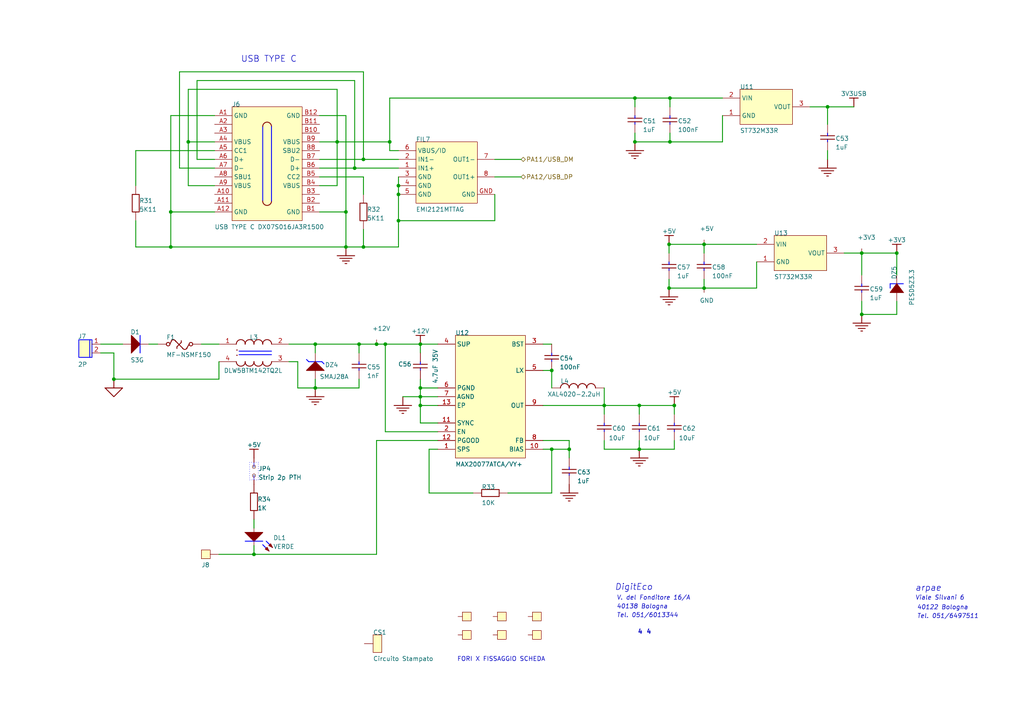
<source format=kicad_sch>
(kicad_sch (version 20230121) (generator eeschema)
  (paper "A4")
  (title_block (title "Stima V4-Master") (rev "1.0"))
  (lib_symbols
    (symbol "Stima V4 Master-altium-import:+12V" (power)
      (property "Reference" "#PWR" (at 0 0 0))
      (property "Value" "+12V" (at 0 3.81 0))
      (symbol "+12V_0_0"
        (polyline (pts (xy -1.27 -2.54) (xy 1.27 -2.54)) (stroke (width 0.254)))
        (polyline (pts (xy 0 0) (xy 0 -2.54)) (stroke (width 0.254)))
        (pin power_in line (at 0 0 0) (length 0) hide (name "+12V") (number ""))
      )
    )
    (symbol "Stima V4 Master-altium-import:+3V3" (power)
      (property "Reference" "#PWR" (at 0 0 0))
      (property "Value" "+3V3" (at 0 3.81 0))
      (symbol "+3V3_0_0"
        (polyline (pts (xy -1.27 -2.54) (xy 1.27 -2.54)) (stroke (width 0.254)))
        (polyline (pts (xy 0 0) (xy 0 -2.54)) (stroke (width 0.254)))
        (pin power_in line (at 0 0 0) (length 0) hide (name "+3V3") (number ""))
      )
    )
    (symbol "Stima V4 Master-altium-import:+5V" (power)
      (property "Reference" "#PWR" (at 0 0 0))
      (property "Value" "+5V" (at 0 3.81 0))
      (symbol "+5V_0_0"
        (polyline (pts (xy -1.27 -2.54) (xy 1.27 -2.54)) (stroke (width 0.254)))
        (polyline (pts (xy 0 0) (xy 0 -2.54)) (stroke (width 0.254)))
        (pin power_in line (at 0 0 0) (length 0) hide (name "+5V") (number ""))
      )
    )
    (symbol "Stima V4 Master-altium-import:3V3USB" (power)
      (property "Reference" "#PWR" (at 0 0 0))
      (property "Value" "3V3USB" (at 0 3.81 0))
      (symbol "3V3USB_0_0"
        (polyline (pts (xy -1.27 -2.54) (xy 1.27 -2.54)) (stroke (width 0.254)))
        (polyline (pts (xy 0 0) (xy 0 -2.54)) (stroke (width 0.254)))
        (pin power_in line (at 0 0 0) (length 0) hide (name "3V3USB") (number ""))
      )
    )
    (symbol "Stima V4 Master-altium-import:EGND" (power)
      (property "Reference" "#PWR" (at 0 0 0))
      (property "Value" "EGND" (at 0 6.35 0))
      (symbol "EGND_0_0"
        (polyline (pts (xy 0 0) (xy 0 -2.54)) (stroke (width 0.254)))
        (polyline (pts (xy -2.54 -2.54) (xy 2.54 -2.54) (xy 0 -5.08) (xy -2.54 -2.54)) (stroke (width 0.254)))
        (pin power_in line (at 0 0 0) (length 0) hide (name "EGND") (number ""))
      )
    )
    (symbol "Stima V4 Master-altium-import:GND" (power)
      (property "Reference" "#PWR" (at 0 0 0))
      (property "Value" "GND" (at 0 6.35 0))
      (symbol "GND_0_0"
        (polyline (pts (xy -2.54 -2.54) (xy 2.54 -2.54)) (stroke (width 0.254)))
        (polyline (pts (xy -1.778 -3.302) (xy 1.778 -3.302)) (stroke (width 0.254)))
        (polyline (pts (xy -1.016 -4.064) (xy 1.016 -4.064)) (stroke (width 0.254)))
        (polyline (pts (xy -0.254 -4.826) (xy 0.254 -4.826)) (stroke (width 0.254)))
        (polyline (pts (xy 0 0) (xy 0 -2.54)) (stroke (width 0.254)))
        (pin power_in line (at 0 0 0) (length 0) hide (name "GND") (number ""))
      )
    )
    (symbol "Stima V4 Master-altium-import:root_0_C0603"
      (symbol "root_0_C0603_1_0"
        (polyline (pts (xy -2.032 -0.762) (xy 2.032 -0.762)) (stroke (width 0.254)))
        (polyline (pts (xy 0 -2.54) (xy 0 -1.778)) (stroke (width 0.254) (color 0 0 255 1)))
        (polyline (pts (xy 0 0) (xy 0 -0.762)) (stroke (width 0.254) (color 0 0 255 1)))
        (polyline (pts (xy 2.032 -1.778) (xy -2.032 -1.778)) (stroke (width 0.254)))
        (pin passive line (at 0 2.54 270) (length 2.54) (name "1") (number "1"))
        (pin passive line (at 0 -5.08 90) (length 2.54) (name "2") (number "2"))
      )
    )
    (symbol "Stima V4 Master-altium-import:root_0_C0805"
      (symbol "root_0_C0805_1_0"
        (polyline (pts (xy -2.032 -0.762) (xy 2.032 -0.762)) (stroke (width 0.254)))
        (polyline (pts (xy 0 -2.54) (xy 0 -1.778)) (stroke (width 0.254) (color 0 0 255 1)))
        (polyline (pts (xy 0 0) (xy 0 -0.762)) (stroke (width 0.254) (color 0 0 255 1)))
        (polyline (pts (xy 2.032 -1.778) (xy -2.032 -1.778)) (stroke (width 0.254)))
        (pin passive line (at 0 2.54 270) (length 2.54) (name "1") (number "1"))
        (pin passive line (at 0 -5.08 90) (length 2.54) (name "2") (number "2"))
      )
    )
    (symbol "Stima V4 Master-altium-import:root_0_C1206"
      (symbol "root_0_C1206_1_0"
        (polyline (pts (xy -2.032 -0.762) (xy 2.032 -0.762)) (stroke (width 0.254)))
        (polyline (pts (xy 0 -2.54) (xy 0 -1.778)) (stroke (width 0.254) (color 0 0 255 1)))
        (polyline (pts (xy 0 0) (xy 0 -0.762)) (stroke (width 0.254) (color 0 0 255 1)))
        (polyline (pts (xy 2.032 -1.778) (xy -2.032 -1.778)) (stroke (width 0.254)))
        (pin passive line (at 0 2.54 270) (length 2.54) (name "1") (number "1"))
        (pin passive line (at 0 -5.08 90) (length 2.54) (name "2") (number "2"))
      )
    )
    (symbol "Stima V4 Master-altium-import:root_0_Coil  B82442  2220"
      (symbol "root_0_Coil  B82442  2220_1_0"
        (arc (start 1.27 -1.27) (mid 0.372 -1.642) (end 0 -2.54) (stroke (width 0.254)))
        (arc (start 2.54 -2.54) (mid 2.168 -1.642) (end 1.27 -1.27) (stroke (width 0.254)))
        (arc (start 3.81 -1.27) (mid 2.912 -1.642) (end 2.54 -2.54) (stroke (width 0.254)))
        (arc (start 5.08 -2.54) (mid 4.708 -1.642) (end 3.81 -1.27) (stroke (width 0.254)))
        (arc (start 6.35 -1.27) (mid 5.452 -1.642) (end 5.08 -2.54) (stroke (width 0.254)))
        (arc (start 7.62 -2.54) (mid 7.248 -1.642) (end 6.35 -1.27) (stroke (width 0.254)))
        (arc (start 8.89 -1.27) (mid 7.992 -1.642) (end 7.62 -2.54) (stroke (width 0.254)))
        (arc (start 10.16 -2.54) (mid 9.788 -1.642) (end 8.89 -1.27) (stroke (width 0.254)))
        (pin passive line (at -2.54 -2.54 0) (length 2.54) (name "1") (number "1"))
        (pin passive line (at 12.7 -2.54 180) (length 2.54) (name "2") (number "2"))
      )
    )
    (symbol "Stima V4 Master-altium-import:root_0_Dummy"
      (symbol "root_0_Dummy_1_0"
        (rectangle (start 2.54 0) (end 0 -5.08) (fill (type background)))
        (pin passive line (at -2.54 -2.54 0) (length 2.54) (name "0") (number "1"))
      )
    )
    (symbol "Stima V4 Master-altium-import:root_0_EMI2121"
      (symbol "root_0_EMI2121_1_0"
        (rectangle (start 17.78 0) (end 0 -17.78) (fill (type background)))
        (pin passive line (at -5.08 -7.62 0) (length 5.08) (name "IN1+") (number "1"))
        (pin passive line (at -5.08 -5.08 0) (length 5.08) (name "IN1-") (number "2"))
        (pin passive line (at -5.08 -10.16 0) (length 5.08) (name "GND") (number "3"))
        (pin passive line (at -5.08 -12.7 0) (length 5.08) (name "GND") (number "4"))
        (pin passive line (at -5.08 -15.24 0) (length 5.08) (name "GND") (number "5"))
        (pin passive line (at -5.08 -2.54 0) (length 5.08) (name "VBUS/ID") (number "6"))
        (pin passive line (at 22.86 -5.08 180) (length 5.08) (name "OUT1-") (number "7"))
        (pin passive line (at 22.86 -10.16 180) (length 5.08) (name "OUT1+") (number "8"))
        (pin passive line (at 22.86 -15.24 180) (length 5.08) (name "GND") (number "GND"))
      )
    )
    (symbol "Stima V4 Master-altium-import:root_0_FILTRO MURATA DLW5BT"
      (symbol "root_0_FILTRO MURATA DLW5BT_1_0"
        (polyline (pts (xy 5.842 -3.048) (xy 15.24 -3.048)) (stroke (width 0.254) (color 0 0 255 1)))
        (polyline (pts (xy 5.842 -2.032) (xy 15.24 -2.032)) (stroke (width 0.254) (color 0 0 255 1)))
        (arc (start 5.0421 -5.0955) (mid 6.3606 -6.3879) (end 7.658 -5.0743) (stroke (width 0.254)))
        (arc (start 7.5821 -5.0955) (mid 8.9006 -6.3879) (end 10.198 -5.0743) (stroke (width 0.254)))
        (arc (start 7.6579 0.0155) (mid 6.3394 1.3079) (end 5.042 -0.0057) (stroke (width 0.254)))
        (arc (start 10.1221 -5.0955) (mid 11.4406 -6.3879) (end 12.738 -5.0743) (stroke (width 0.254)))
        (arc (start 10.1979 0.0155) (mid 8.8794 1.3079) (end 7.582 -0.0057) (stroke (width 0.254)))
        (arc (start 12.6621 -5.0955) (mid 13.9806 -6.3879) (end 15.278 -5.0743) (stroke (width 0.254)))
        (arc (start 12.7379 0.0155) (mid 11.4194 1.3079) (end 10.122 -0.0057) (stroke (width 0.254)))
        (arc (start 15.2779 0.0155) (mid 13.9594 1.3079) (end 12.662 -0.0057) (stroke (width 0.254)))
        (text "." (at 5.588 -3.81 900) (effects (font (size 2.032 2.032)) (justify left bottom)))
        (text "." (at 5.588 -2.286 900) (effects (font (size 2.032 2.032)) (justify left bottom)))
        (pin passive line (at 0 0 0) (length 5.08) (name "1") (number "1"))
        (pin passive line (at 20.32 0 180) (length 5.08) (name "2") (number "2"))
        (pin passive line (at 20.32 -5.08 180) (length 5.08) (name "3") (number "3"))
        (pin passive line (at 0 -5.08 0) (length 5.08) (name "4") (number "4"))
      )
    )
    (symbol "Stima V4 Master-altium-import:root_0_Fuse Thermal"
      (symbol "root_0_Fuse Thermal_1_0"
        (polyline (pts (xy 1.016 -2.54) (xy 1.524 -1.524)) (stroke (width 0.254)))
        (polyline (pts (xy 3.048 -3.81) (xy 3.048 -3.302)) (stroke (width 0.254)))
        (polyline (pts (xy 3.048 -3.302) (xy 4.318 -2.032)) (stroke (width 0.254)))
        (polyline (pts (xy 4.318 -2.032) (xy 4.318 -1.524)) (stroke (width 0.254)))
        (polyline (pts (xy 4.826 -3.81) (xy 2.54 -1.524)) (stroke (width 0.254)))
        (polyline (pts (xy 5.842 -3.81) (xy 6.604 -2.54)) (stroke (width 0.254)))
        (circle (center 0.508 -2.54) (radius 0.508) (stroke (width 0.254)))
        (arc (start 2.7549 -1.791) (mid 2.1331 -1.2767) (end 1.398 -1.6093) (stroke (width 0.254)))
        (arc (start 4.7 -3.7247) (mid 5.3814 -4.0625) (end 6.0156 -3.6428) (stroke (width 0.254)))
        (circle (center 7.112 -2.54) (radius 0.508) (stroke (width 0.254)))
        (pin passive line (at -2.54 -2.54 0) (length 2.54) (name "1") (number "1"))
        (pin passive line (at 10.16 -2.54 180) (length 2.54) (name "2") (number "2"))
      )
    )
    (symbol "Stima V4 Master-altium-import:root_0_JUMP1"
      (symbol "root_0_JUMP1_1_0"
        (polyline (pts (xy 1.27 -3.81) (xy 1.27 -5.08)) (stroke (width 0) (color 0 0 255 1)))
        (polyline (pts (xy 1.27 -1.27) (xy 1.27 0)) (stroke (width 0) (color 0 0 255 1)))
        (polyline (pts (xy 2.54 0) (xy 0 0) (xy 0 -5.08) (xy 2.54 -5.08) (xy 2.54 0)) (stroke (width 0) (type dot) (color 0 0 255 1)))
        (circle (center 1.27 -3.81) (radius 0.508) (stroke (width 0.0001)) (fill (type color) (color 192 192 192 1)))
        (circle (center 1.27 -1.27) (radius 0.508) (stroke (width 0.0001)) (fill (type color) (color 192 192 192 1)))
        (pin passive line (at 1.27 1.27 270) (length 1.27) (name "") (number "1"))
        (pin passive line (at 1.27 -6.35 90) (length 1.27) (name "") (number "2"))
      )
    )
    (symbol "Stima V4 Master-altium-import:root_0_MAX20077"
      (symbol "root_0_MAX20077_1_0"
        (rectangle (start 20.32 0) (end 0 -35.56) (fill (type background)))
        (pin input line (at -5.08 -33.02 0) (length 5) (name "SPS") (number "1"))
        (pin passive line (at 25.4 -33.02 180) (length 5) (name "BIAS") (number "10"))
        (pin passive line (at -5.08 -25.4 0) (length 5) (name "SYNC") (number "11"))
        (pin output line (at -5.08 -30.48 0) (length 5) (name "PGOOD") (number "12"))
        (pin passive line (at -5.08 -20.32 0) (length 5) (name "EP") (number "13"))
        (pin input line (at -5.08 -27.94 0) (length 5) (name "EN") (number "2"))
        (pin passive line (at 25.4 -2.54 180) (length 5) (name "BST") (number "3"))
        (pin power_in line (at -5.08 -2.54 0) (length 5) (name "SUP") (number "4"))
        (pin passive line (at 25.4 -10.16 180) (length 5) (name "LX") (number "5"))
        (pin power_in line (at -5.08 -15.24 0) (length 5) (name "PGND") (number "6"))
        (pin power_in line (at -5.08 -17.78 0) (length 5) (name "AGND") (number "7"))
        (pin passive line (at 25.4 -30.48 180) (length 5) (name "FB") (number "8"))
        (pin passive line (at 25.4 -20.32 180) (length 5) (name "OUT") (number "9"))
      )
    )
    (symbol "Stima V4 Master-altium-import:root_0_ST732M"
      (symbol "root_0_ST732M_1_0"
        (rectangle (start 15.24 0) (end 0 -10.16) (fill (type background)))
        (pin power_in line (at -5.08 -7.62 0) (length 5.08) (name "GND") (number "1"))
        (pin passive line (at -5.08 -2.54 0) (length 5.08) (name "VIN") (number "2"))
        (pin passive line (at 20.32 -5.08 180) (length 5.08) (name "VOUT") (number "3"))
      )
    )
    (symbol "Stima V4 Master-altium-import:root_0_Transil SMD PESD5"
      (symbol "root_0_Transil SMD PESD5_1_0"
        (polyline (pts (xy -1.905 0) (xy -1.905 -1.27)) (stroke (width 0.254) (color 0 0 255 1)))
        (polyline (pts (xy 1.905 0) (xy -1.905 0)) (stroke (width 0.254) (color 0 0 255 1)))
        (polyline (pts (xy 1.905 -2.54) (xy 0 0) (xy -1.905 -2.54) (xy 1.905 -2.54)) (stroke (width 0.254)) (fill (type outline)))
        (pin passive line (at 0 2.54 270) (length 2.54) (name "K") (number "1"))
        (pin passive line (at 0 -5.08 90) (length 2.54) (name "A") (number "2"))
      )
    )
    (symbol "Stima V4 Master-altium-import:root_0_Transil SMD SMAJ"
      (symbol "root_0_Transil SMD SMAJ_1_0"
        (polyline (pts (xy -1.905 0) (xy -2.54 0.635)) (stroke (width 0.254) (color 0 0 255 1)))
        (polyline (pts (xy 1.905 0) (xy -1.905 0)) (stroke (width 0.254) (color 0 0 255 1)))
        (polyline (pts (xy 1.905 0) (xy 2.54 -0.635)) (stroke (width 0.254) (color 0 0 255 1)))
        (polyline (pts (xy 2.54 -2.54) (xy 0 0) (xy -2.54 -2.54) (xy 2.54 -2.54)) (stroke (width 0.254)) (fill (type outline)))
        (pin passive line (at 0 2.54 270) (length 2.54) (name "K") (number "1"))
        (pin passive line (at 0 -5.08 90) (length 2.54) (name "A") (number "2"))
      )
    )
    (symbol "Stima V4 Master-altium-import:root_0_USB-C 12P"
      (symbol "root_0_USB-C 12P_1_0"
        (polyline (pts (xy 8.89 -27.305) (xy 8.89 -5.715)) (stroke (width 0.254) (color 0 0 255 1)))
        (polyline (pts (xy 11.43 -5.715) (xy 11.43 -27.305)) (stroke (width 0.254) (color 0 0 255 1)))
        (arc (start 8.874 -27.3126) (mid 10.1474 -28.591) (end 11.4456 -27.3378) (stroke (width 0.254)))
        (arc (start 11.4285 -5.6785) (mid 10.1517 -4.446) (end 8.8912 -5.6951) (stroke (width 0.254)))
        (rectangle (start 20.32 0) (end 0 -33.02) (fill (type background)))
        (pin passive line (at -5.08 -2.54 0) (length 5.08) (name "GND") (number "A1"))
        (pin passive line (at -5.08 -25.4 0) (length 5.08) (name "A10") (number "A10"))
        (pin passive line (at -5.08 -27.94 0) (length 5.08) (name "A11") (number "A11"))
        (pin passive line (at -5.08 -30.48 0) (length 5.08) (name "GND") (number "A12"))
        (pin passive line (at -5.08 -5.08 0) (length 5.08) (name "A2") (number "A2"))
        (pin passive line (at -5.08 -7.62 0) (length 5.08) (name "A3") (number "A3"))
        (pin passive line (at -5.08 -10.16 0) (length 5.08) (name "VBUS") (number "A4"))
        (pin passive line (at -5.08 -12.7 0) (length 5.08) (name "CC1") (number "A5"))
        (pin passive line (at -5.08 -15.24 0) (length 5.08) (name "D+") (number "A6"))
        (pin passive line (at -5.08 -17.78 0) (length 5.08) (name "D-") (number "A7"))
        (pin passive line (at -5.08 -20.32 0) (length 5.08) (name "SBU1") (number "A8"))
        (pin passive line (at -5.08 -22.86 0) (length 5.08) (name "VBUS") (number "A9"))
        (pin passive line (at 25.4 -30.48 180) (length 5.08) (name "GND") (number "B1"))
        (pin passive line (at 25.4 -7.62 180) (length 5.08) (name "B10") (number "B10"))
        (pin passive line (at 25.4 -5.08 180) (length 5.08) (name "B11") (number "B11"))
        (pin passive line (at 25.4 -2.54 180) (length 5.08) (name "GND") (number "B12"))
        (pin passive line (at 25.4 -27.94 180) (length 5.08) (name "B2") (number "B2"))
        (pin passive line (at 25.4 -25.4 180) (length 5.08) (name "B3") (number "B3"))
        (pin passive line (at 25.4 -22.86 180) (length 5.08) (name "VBUS") (number "B4"))
        (pin passive line (at 25.4 -20.32 180) (length 5.08) (name "CC2") (number "B5"))
        (pin passive line (at 25.4 -17.78 180) (length 5.08) (name "D+") (number "B6"))
        (pin passive line (at 25.4 -15.24 180) (length 5.08) (name "D-") (number "B7"))
        (pin passive line (at 25.4 -12.7 180) (length 5.08) (name "SBU2") (number "B8"))
        (pin passive line (at 25.4 -10.16 180) (length 5.08) (name "VBUS") (number "B9"))
      )
    )
    (symbol "Stima V4 Master-altium-import:root_0_ViteDado"
      (symbol "root_0_ViteDado_1_0"
        (rectangle (start 2.54 0) (end 0 -2.54) (fill (type background)))
        (pin passive line (at -1.27 -1.27 0) (length 1.27) (name "A") (number "1"))
      )
    )
    (symbol "Stima V4 Master-altium-import:root_0_mirrored_Mors 2p px"
      (symbol "root_0_mirrored_Mors 2p px_1_0"
        (rectangle (start 0 0) (end -3.81 -5.08) (fill (type background)))
        (polyline (pts (xy -0.635 0) (xy -0.635 -5.08)) (stroke (width 0.254) (color 0 0 255 1)))
        (polyline (pts (xy 0 -5.08) (xy 0 0) (xy -3.81 0) (xy -3.81 -5.08) (xy 0 -5.08)) (stroke (width 0.254) (color 0 0 255 1)))
        (pin passive line (at 2.54 -1.27 180) (length 2.54) (name "1") (number "1"))
        (pin passive line (at 2.54 -3.81 180) (length 2.54) (name "2") (number "2"))
      )
    )
    (symbol "Stima V4 Master-altium-import:root_1_Res 0603"
      (symbol "root_1_Res 0603_1_0"
        (rectangle (start 3.556 5.08) (end 1.524 0) (stroke (width 0.254)))
        (pin passive line (at 2.54 -2.54 90) (length 2.54) (name "1") (number "1"))
        (pin passive line (at 2.54 7.62 270) (length 2.54) (name "2") (number "2"))
      )
    )
    (symbol "Stima V4 Master-altium-import:root_1_Res 0805"
      (symbol "root_1_Res 0805_1_0"
        (rectangle (start 3.556 5.08) (end 1.524 0) (stroke (width 0.254)))
        (pin passive line (at 2.54 -2.54 90) (length 2.54) (name "1") (number "1"))
        (pin passive line (at 2.54 7.62 270) (length 2.54) (name "2") (number "2"))
      )
    )
    (symbol "Stima V4 Master-altium-import:root_1_TestPoint"
      (symbol "root_1_TestPoint_1_0"
        (pin passive line (at 1.27 -1.27 90) (length 1.27) (name "") (number "1"))
      )
    )
    (symbol "Stima V4 Master-altium-import:root_2_C0805"
      (symbol "root_2_C0805_1_0"
        (polyline (pts (xy -2.032 1.778) (xy 2.032 1.778)) (stroke (width 0.254)))
        (polyline (pts (xy 0 0) (xy 0 0.762)) (stroke (width 0.254) (color 0 0 255 1)))
        (polyline (pts (xy 0 2.54) (xy 0 1.778)) (stroke (width 0.254) (color 0 0 255 1)))
        (polyline (pts (xy 2.032 0.762) (xy -2.032 0.762)) (stroke (width 0.254)))
        (pin passive line (at 0 -2.54 90) (length 2.54) (name "1") (number "1"))
        (pin passive line (at 0 5.08 270) (length 2.54) (name "2") (number "2"))
      )
    )
    (symbol "Stima V4 Master-altium-import:root_2_Res 0603"
      (symbol "root_2_Res 0603_1_0"
        (rectangle (start 0 3.556) (end -5.08 1.524) (stroke (width 0.254)))
        (pin passive line (at 2.54 2.54 180) (length 2.54) (name "1") (number "1"))
        (pin passive line (at -7.62 2.54 0) (length 2.54) (name "2") (number "2"))
      )
    )
    (symbol "Stima V4 Master-altium-import:root_2_VIAS1"
      (symbol "root_2_VIAS1_1_0"
        (rectangle (start 0 1.27) (end -2.54 -1.27) (fill (type background)))
        (pin passive line (at 2.54 0 180) (length 2.54) (name "1") (number "1"))
      )
    )
    (symbol "Stima V4 Master-altium-import:root_3_Diode SMD PWR DO-214AB"
      (symbol "root_3_Diode SMD PWR DO-214AB_1_0"
        (polyline (pts (xy 0 2.54) (xy 0 -2.54)) (stroke (width 0.254) (color 0 0 255 1)))
        (polyline (pts (xy -2.54 -2.54) (xy 0 0) (xy -2.54 2.54) (xy -2.54 -2.54)) (stroke (width 0.254)) (fill (type outline)))
        (pin passive line (at 2.54 0 180) (length 2.54) (name "K") (number "1"))
        (pin passive line (at -5.08 0 0) (length 2.54) (name "A") (number "2"))
      )
    )
    (symbol "Stima V4 Master-altium-import:root_3_Led  SMD"
      (symbol "root_3_Led  SMD_1_0"
        (polyline (pts (xy 0 -3.556) (xy 1.778 -5.334)) (stroke (width 0.254) (color 0 0 255 1)))
        (polyline (pts (xy 0 -2.54) (xy -5.08 -2.54)) (stroke (width 0.254) (color 0 0 255 1)))
        (polyline (pts (xy 1.016 -2.54) (xy 2.794 -4.318)) (stroke (width 0.254) (color 0 0 255 1)))
        (polyline (pts (xy -5.08 0) (xy -2.54 -2.54) (xy 0 0) (xy -5.08 0)) (stroke (width 0.254)) (fill (type outline)))
        (polyline (pts (xy 1.778 -5.334) (xy 1.27 -4.318) (xy 0.762 -4.826) (xy 1.778 -5.334)) (stroke (width 0.254)) (fill (type outline)))
        (polyline (pts (xy 2.794 -4.318) (xy 2.286 -3.302) (xy 1.778 -3.81) (xy 2.794 -4.318)) (stroke (width 0.254)) (fill (type outline)))
        (pin passive line (at -2.54 -3.81 90) (length 1.27) (name "K") (number "1"))
        (pin passive line (at -2.54 1.27 270) (length 1.27) (name "A") (number "2"))
      )
    )
    (symbol "Stima V4 Master-altium-import:root_3_Res 0603"
      (symbol "root_3_Res 0603_1_0"
        (rectangle (start -1.524 0) (end -3.556 -5.08) (stroke (width 0.254)))
        (pin passive line (at -2.54 2.54 270) (length 2.54) (name "1") (number "1"))
        (pin passive line (at -2.54 -7.62 90) (length 2.54) (name "2") (number "2"))
      )
    )
    (symbol "Stima V4 Master-altium-import:root_3_TestPoint"
      (symbol "root_3_TestPoint_1_0"
        (pin passive line (at -1.27 1.27 270) (length 1.27) (name "") (number "1"))
      )
    )
  )
  (junction (at 194.31 28.448))
  (junction (at 204.216 70.866))
  (junction (at 115.57 64.008))
  (junction (at 113.03 41.148))
  (junction (at 104.14 99.822))
  (junction (at 260.096 73.406))
  (junction (at 204.216 83.566))
  (junction (at 100.33 61.468))
  (junction (at 185.42 130.302))
  (junction (at 121.92 112.522))
  (junction (at 121.92 117.602))
  (junction (at 160.02 130.302))
  (junction (at 105.41 46.228))
  (junction (at 115.57 53.848))
  (junction (at 194.056 70.866))
  (junction (at 91.44 99.822))
  (junction (at 165.1 130.302))
  (junction (at 184.15 28.448))
  (junction (at 49.53 61.468))
  (junction (at 49.53 71.628))
  (junction (at 111.76 99.822))
  (junction (at 160.02 107.442))
  (junction (at 97.79 41.148))
  (junction (at 33.02 109.982))
  (junction (at 185.42 117.602))
  (junction (at 249.936 73.406))
  (junction (at 195.58 117.602))
  (junction (at 105.41 71.628))
  (junction (at 91.44 112.522))
  (junction (at 54.61 41.148))
  (junction (at 194.056 83.566))
  (junction (at 102.87 48.768))
  (junction (at 184.15 41.148))
  (junction (at 73.66 160.782))
  (junction (at 175.26 117.602))
  (junction (at 249.936 91.186))
  (junction (at 194.31 41.148))
  (junction (at 121.92 115.062))
  (junction (at 240.03 30.988))
  (junction (at 115.57 56.388))
  (junction (at 100.33 71.628))
  (junction (at 109.22 99.822))
  (junction (at 121.92 99.822))
  (wire (pts (xy 57.15 46.228) (xy 62.23 46.228)) (stroke (width 0.254)))
  (wire (pts (xy 73.66 153.162) (xy 73.66 150.622)) (stroke (width 0.254)))
  (wire (pts (xy 63.5 160.782) (xy 73.66 160.782)) (stroke (width 0.254)))
  (wire (pts (xy 165.1 127.762) (xy 157.48 127.762)) (stroke (width 0.254)))
  (wire (pts (xy 105.41 66.548) (xy 105.41 71.628)) (stroke (width 0.254)))
  (wire (pts (xy 219.456 75.946) (xy 219.456 83.566)) (stroke (width 0.254)))
  (wire (pts (xy 92.71 53.848) (xy 97.79 53.848)) (stroke (width 0.254)))
  (wire (pts (xy 127 115.062) (xy 121.92 115.062)) (stroke (width 0.254)))
  (wire (pts (xy 92.71 61.468) (xy 100.33 61.468)) (stroke (width 0.254)))
  (wire (pts (xy 151.13 51.308) (xy 143.51 51.308)) (stroke (width 0.254)))
  (wire (pts (xy 73.66 160.782) (xy 109.22 160.782)) (stroke (width 0.254)))
  (wire (pts (xy 185.42 120.142) (xy 185.42 117.602)) (stroke (width 0.254)))
  (wire (pts (xy 97.79 53.848) (xy 97.79 41.148)) (stroke (width 0.254)))
  (wire (pts (xy 175.26 120.142) (xy 175.26 117.602)) (stroke (width 0.254)))
  (wire (pts (xy 157.48 99.822) (xy 160.02 99.822)) (stroke (width 0.254)))
  (wire (pts (xy 240.03 46.228) (xy 240.03 43.688)) (stroke (width 0.254)))
  (wire (pts (xy 165.1 132.842) (xy 165.1 130.302)) (stroke (width 0.254)))
  (wire (pts (xy 127 130.302) (xy 124.46 130.302)) (stroke (width 0.254)))
  (wire (pts (xy 91.44 112.522) (xy 91.44 109.982)) (stroke (width 0.254)))
  (wire (pts (xy 52.07 48.768) (xy 62.23 48.768)) (stroke (width 0.254)))
  (wire (pts (xy 195.58 130.302) (xy 195.58 127.762)) (stroke (width 0.254)))
  (wire (pts (xy 104.14 112.522) (xy 104.14 109.982)) (stroke (width 0.254)))
  (wire (pts (xy 160.02 130.302) (xy 165.1 130.302)) (stroke (width 0.254)))
  (wire (pts (xy 260.096 91.186) (xy 249.936 91.186)) (stroke (width 0.254)))
  (wire (pts (xy 111.76 99.822) (xy 121.92 99.822)) (stroke (width 0.254)))
  (wire (pts (xy 115.57 46.228) (xy 105.41 46.228)) (stroke (width 0.254)))
  (wire (pts (xy 194.31 28.448) (xy 209.55 28.448)) (stroke (width 0.254)))
  (wire (pts (xy 127 125.222) (xy 111.76 125.222)) (stroke (width 0.254)))
  (wire (pts (xy 194.056 70.866) (xy 194.056 73.406)) (stroke (width 0.254)))
  (wire (pts (xy 109.22 99.822) (xy 111.76 99.822)) (stroke (width 0.254)))
  (wire (pts (xy 160.02 143.002) (xy 160.02 130.302)) (stroke (width 0.254)))
  (wire (pts (xy 194.31 41.148) (xy 184.15 41.148)) (stroke (width 0.254)))
  (wire (pts (xy 115.57 53.848) (xy 115.57 51.308)) (stroke (width 0.254)))
  (wire (pts (xy 121.92 109.982) (xy 121.92 112.522)) (stroke (width 0.254)))
  (wire (pts (xy 115.57 64.008) (xy 115.57 56.388)) (stroke (width 0.254)))
  (wire (pts (xy 29.21 99.822) (xy 35.56 99.822)) (stroke (width 0.254)))
  (wire (pts (xy 100.33 71.628) (xy 100.33 61.468)) (stroke (width 0.254)))
  (wire (pts (xy 157.48 130.302) (xy 160.02 130.302)) (stroke (width 0.254)))
  (wire (pts (xy 39.37 71.628) (xy 49.53 71.628)) (stroke (width 0.254)))
  (wire (pts (xy 157.48 117.602) (xy 175.26 117.602)) (stroke (width 0.254)))
  (wire (pts (xy 143.51 64.008) (xy 143.51 56.388)) (stroke (width 0.254)))
  (wire (pts (xy 219.456 70.866) (xy 204.216 70.866)) (stroke (width 0.254)))
  (wire (pts (xy 260.096 73.406) (xy 260.096 79.756)) (stroke (width 0.254)))
  (wire (pts (xy 83.82 99.822) (xy 91.44 99.822)) (stroke (width 0.254)))
  (wire (pts (xy 92.71 51.308) (xy 105.41 51.308)) (stroke (width 0.254)))
  (wire (pts (xy 194.31 38.608) (xy 194.31 41.148)) (stroke (width 0.254)))
  (wire (pts (xy 102.87 48.768) (xy 92.71 48.768)) (stroke (width 0.254)))
  (wire (pts (xy 249.936 73.406) (xy 260.096 73.406)) (stroke (width 0.254)))
  (wire (pts (xy 54.61 53.848) (xy 62.23 53.848)) (stroke (width 0.254)))
  (wire (pts (xy 115.57 64.008) (xy 143.51 64.008)) (stroke (width 0.254)))
  (wire (pts (xy 73.66 158.242) (xy 73.66 160.782)) (stroke (width 0.254)))
  (wire (pts (xy 124.46 130.302) (xy 124.46 143.002)) (stroke (width 0.254)))
  (wire (pts (xy 240.03 30.988) (xy 247.65 30.988)) (stroke (width 0.254)))
  (wire (pts (xy 29.21 102.362) (xy 33.02 102.362)) (stroke (width 0.254)))
  (wire (pts (xy 147.32 143.002) (xy 160.02 143.002)) (stroke (width 0.254)))
  (wire (pts (xy 102.87 48.768) (xy 102.87 23.368)) (stroke (width 0.254)))
  (wire (pts (xy 62.23 43.688) (xy 39.37 43.688)) (stroke (width 0.254)))
  (wire (pts (xy 33.02 109.982) (xy 63.5 109.982)) (stroke (width 0.254)))
  (wire (pts (xy 105.41 51.308) (xy 105.41 56.388)) (stroke (width 0.254)))
  (wire (pts (xy 115.57 56.388) (xy 115.57 53.848)) (stroke (width 0.254)))
  (wire (pts (xy 260.096 87.376) (xy 260.096 91.186)) (stroke (width 0.254)))
  (wire (pts (xy 151.13 46.228) (xy 143.51 46.228)) (stroke (width 0.254)))
  (wire (pts (xy 57.15 23.368) (xy 57.15 46.228)) (stroke (width 0.254)))
  (wire (pts (xy 92.71 41.148) (xy 97.79 41.148)) (stroke (width 0.254)))
  (wire (pts (xy 49.53 71.628) (xy 49.53 61.468)) (stroke (width 0.254)))
  (wire (pts (xy 219.456 83.566) (xy 204.216 83.566)) (stroke (width 0.254)))
  (wire (pts (xy 39.37 64.008) (xy 39.37 71.628)) (stroke (width 0.254)))
  (wire (pts (xy 240.03 36.068) (xy 240.03 30.988)) (stroke (width 0.254)))
  (wire (pts (xy 113.03 41.148) (xy 113.03 28.448)) (stroke (width 0.254)))
  (wire (pts (xy 91.44 99.822) (xy 104.14 99.822)) (stroke (width 0.254)))
  (wire (pts (xy 121.92 122.682) (xy 121.92 117.602)) (stroke (width 0.254)))
  (wire (pts (xy 97.79 41.148) (xy 97.79 25.908)) (stroke (width 0.254)))
  (wire (pts (xy 127 117.602) (xy 121.92 117.602)) (stroke (width 0.254)))
  (wire (pts (xy 124.46 143.002) (xy 137.16 143.002)) (stroke (width 0.254)))
  (wire (pts (xy 204.216 70.866) (xy 194.056 70.866)) (stroke (width 0.254)))
  (wire (pts (xy 127 122.682) (xy 121.92 122.682)) (stroke (width 0.254)))
  (wire (pts (xy 104.14 99.822) (xy 109.22 99.822)) (stroke (width 0.254)))
  (wire (pts (xy 249.936 79.756) (xy 249.936 73.406)) (stroke (width 0.254)))
  (wire (pts (xy 121.92 115.062) (xy 116.84 115.062)) (stroke (width 0.254)))
  (wire (pts (xy 109.22 127.762) (xy 127 127.762)) (stroke (width 0.254)))
  (wire (pts (xy 43.18 99.822) (xy 45.72 99.822)) (stroke (width 0.254)))
  (wire (pts (xy 86.36 104.902) (xy 86.36 112.522)) (stroke (width 0.254)))
  (wire (pts (xy 121.92 112.522) (xy 127 112.522)) (stroke (width 0.254)))
  (wire (pts (xy 157.48 107.442) (xy 160.02 107.442)) (stroke (width 0.254)))
  (wire (pts (xy 91.44 102.362) (xy 91.44 99.822)) (stroke (width 0.254)))
  (wire (pts (xy 102.87 23.368) (xy 57.15 23.368)) (stroke (width 0.254)))
  (wire (pts (xy 54.61 41.148) (xy 54.61 53.848)) (stroke (width 0.254)))
  (wire (pts (xy 39.37 43.688) (xy 39.37 53.848)) (stroke (width 0.254)))
  (wire (pts (xy 175.26 117.602) (xy 185.42 117.602)) (stroke (width 0.254)))
  (wire (pts (xy 185.42 130.302) (xy 195.58 130.302)) (stroke (width 0.254)))
  (wire (pts (xy 97.79 25.908) (xy 54.61 25.908)) (stroke (width 0.254)))
  (wire (pts (xy 194.31 30.988) (xy 194.31 28.448)) (stroke (width 0.254)))
  (wire (pts (xy 194.056 83.566) (xy 194.056 81.026)) (stroke (width 0.254)))
  (wire (pts (xy 249.936 91.186) (xy 249.936 87.376)) (stroke (width 0.254)))
  (wire (pts (xy 49.53 71.628) (xy 100.33 71.628)) (stroke (width 0.254)))
  (wire (pts (xy 184.15 41.148) (xy 184.15 38.608)) (stroke (width 0.254)))
  (wire (pts (xy 113.03 43.688) (xy 113.03 41.148)) (stroke (width 0.254)))
  (wire (pts (xy 63.5 109.982) (xy 63.5 104.902)) (stroke (width 0.254)))
  (wire (pts (xy 115.57 48.768) (xy 102.87 48.768)) (stroke (width 0.254)))
  (wire (pts (xy 204.216 73.406) (xy 204.216 70.866)) (stroke (width 0.254)))
  (wire (pts (xy 33.02 102.362) (xy 33.02 109.982)) (stroke (width 0.254)))
  (wire (pts (xy 58.42 99.822) (xy 63.5 99.822)) (stroke (width 0.254)))
  (wire (pts (xy 109.22 160.782) (xy 109.22 127.762)) (stroke (width 0.254)))
  (wire (pts (xy 100.33 71.628) (xy 105.41 71.628)) (stroke (width 0.254)))
  (wire (pts (xy 49.53 33.528) (xy 62.23 33.528)) (stroke (width 0.254)))
  (wire (pts (xy 184.15 28.448) (xy 194.31 28.448)) (stroke (width 0.254)))
  (wire (pts (xy 195.58 120.142) (xy 195.58 117.602)) (stroke (width 0.254)))
  (wire (pts (xy 111.76 125.222) (xy 111.76 99.822)) (stroke (width 0.254)))
  (wire (pts (xy 209.55 41.148) (xy 194.31 41.148)) (stroke (width 0.254)))
  (wire (pts (xy 62.23 61.468) (xy 49.53 61.468)) (stroke (width 0.254)))
  (wire (pts (xy 100.33 61.468) (xy 100.33 33.528)) (stroke (width 0.254)))
  (wire (pts (xy 121.92 115.062) (xy 121.92 112.522)) (stroke (width 0.254)))
  (wire (pts (xy 160.02 107.442) (xy 160.02 112.522)) (stroke (width 0.254)))
  (wire (pts (xy 115.57 43.688) (xy 113.03 43.688)) (stroke (width 0.254)))
  (wire (pts (xy 91.44 112.522) (xy 104.14 112.522)) (stroke (width 0.254)))
  (wire (pts (xy 175.26 130.302) (xy 185.42 130.302)) (stroke (width 0.254)))
  (wire (pts (xy 52.07 20.828) (xy 52.07 48.768)) (stroke (width 0.254)))
  (wire (pts (xy 175.26 117.602) (xy 175.26 112.522)) (stroke (width 0.254)))
  (wire (pts (xy 204.216 83.566) (xy 194.056 83.566)) (stroke (width 0.254)))
  (wire (pts (xy 115.57 71.628) (xy 115.57 64.008)) (stroke (width 0.254)))
  (wire (pts (xy 184.15 28.448) (xy 184.15 30.988)) (stroke (width 0.254)))
  (wire (pts (xy 234.95 30.988) (xy 240.03 30.988)) (stroke (width 0.254)))
  (wire (pts (xy 105.41 20.828) (xy 52.07 20.828)) (stroke (width 0.254)))
  (wire (pts (xy 175.26 127.762) (xy 175.26 130.302)) (stroke (width 0.254)))
  (wire (pts (xy 185.42 130.302) (xy 185.42 127.762)) (stroke (width 0.254)))
  (wire (pts (xy 204.216 81.026) (xy 204.216 83.566)) (stroke (width 0.254)))
  (wire (pts (xy 49.53 61.468) (xy 49.53 33.528)) (stroke (width 0.254)))
  (wire (pts (xy 104.14 102.362) (xy 104.14 99.822)) (stroke (width 0.254)))
  (wire (pts (xy 86.36 112.522) (xy 91.44 112.522)) (stroke (width 0.254)))
  (wire (pts (xy 185.42 117.602) (xy 195.58 117.602)) (stroke (width 0.254)))
  (wire (pts (xy 121.92 102.362) (xy 121.92 99.822)) (stroke (width 0.254)))
  (wire (pts (xy 83.82 104.902) (xy 86.36 104.902)) (stroke (width 0.254)))
  (wire (pts (xy 54.61 25.908) (xy 54.61 41.148)) (stroke (width 0.254)))
  (wire (pts (xy 121.92 117.602) (xy 121.92 115.062)) (stroke (width 0.254)))
  (wire (pts (xy 54.61 41.148) (xy 62.23 41.148)) (stroke (width 0.254)))
  (wire (pts (xy 121.92 99.822) (xy 127 99.822)) (stroke (width 0.254)))
  (wire (pts (xy 165.1 130.302) (xy 165.1 127.762)) (stroke (width 0.254)))
  (wire (pts (xy 105.41 46.228) (xy 92.71 46.228)) (stroke (width 0.254)))
  (wire (pts (xy 100.33 33.528) (xy 92.71 33.528)) (stroke (width 0.254)))
  (wire (pts (xy 105.41 46.228) (xy 105.41 20.828)) (stroke (width 0.254)))
  (wire (pts (xy 113.03 28.448) (xy 184.15 28.448)) (stroke (width 0.254)))
  (wire (pts (xy 209.55 33.528) (xy 209.55 41.148)) (stroke (width 0.254)))
  (wire (pts (xy 105.41 71.628) (xy 115.57 71.628)) (stroke (width 0.254)))
  (wire (pts (xy 113.03 41.148) (xy 97.79 41.148)) (stroke (width 0.254)))
  (wire (pts (xy 244.856 73.406) (xy 249.936 73.406)) (stroke (width 0.254)))
  (text "Tel. 051/6013344" (at 178.816 179.324 0) (effects (font (size 1.27 1.27) italic) (justify left bottom)))
  (text "Tel. 051/6497511" (at 265.938 179.578 0) (effects (font (size 1.27 1.27) italic) (justify left bottom)))
  (text "4" (at 188.976 184.15 0) (effects (font (size 1.27 1.27) bold) (justify right bottom)))
  (text "V. del Fonditore 16/A" (at 178.816 174.244 0) (effects (font (size 1.27 1.27) italic) (justify left bottom)))
  (text "40122 Bologna" (at 265.938 177.038 0) (effects (font (size 1.27 1.27) italic) (justify left bottom)))
  (text "40138 Bologna" (at 178.816 176.784 0) (effects (font (size 1.27 1.27) italic) (justify left bottom)))
  (text "USB TYPE C" (at 69.85 18.288 0) (effects (font (size 1.778 1.778)) (justify left bottom)))
  (text "Viale Silvani 6" (at 265.43 174.244 0) (effects (font (size 1.27 1.27) italic) (justify left bottom)))
  (text "${#}" (at 184.912 184.15 0) (effects (font (size 1.27 1.27) bold) (justify left bottom)))
  (text "arpae" (at 265.43 171.704 0) (effects (font (size 1.778 1.778) italic) (justify left bottom)))
  (text "DigitEco" (at 178.308 171.45 0) (effects (font (size 1.778 1.778) italic) (justify left bottom)))
  (text "FORI X FISSAGGIO SCHEDA" (at 132.588 192.024 0) (effects (font (size 1.27 1.27)) (justify left bottom)))
  (hierarchical_label "PA12/USB_DP" (shape bidirectional) (at 151.13 51.308 0))
  (hierarchical_label "PA11/USB_DM" (shape bidirectional) (at 151.13 46.228 0))
  (symbol (lib_id "Stima V4 Master-altium-import:root_0_Dummy") (at 108.204 184.15 0) (unit 1)
    (property "Reference" "CS1" (at 108.204 184.15 0) (effects (justify left bottom)))
    (property "Value" "Circuito Stampato" (at 108.204 191.77 0) (effects (justify left bottom)))
    (property "Footprint" "CS" (effects hide))
  )
  (symbol (lib_id "Stima V4 Master-altium-import:root_0_USB-C 12P") (at 67.31 30.988 0) (unit 1)
    (property "Reference" "J6" (at 67.31 30.988 0) (effects (justify left bottom)))
    (property "Value" "USB TYPE C DX07S016JA3R1500" (at 62.23 66.548 0) (effects (justify left bottom)))
    (property "Footprint" "USB TYPE C 16PIN MIO" (effects hide))
    (property "CODE" "JAE DX07S016JA3R1500" (effects hide))
  )
  (symbol (lib_id "Stima V4 Master-altium-import:GND") (at 184.15 41.148 0) (unit 1)
    (property "Reference" "#PWR?" (effects hide))
    (property "Value" "GND" (effects hide))
  )
  (symbol (lib_id "Stima V4 Master-altium-import:root_2_C0805") (at 185.42 125.222 0) (unit 1)
    (property "Reference" "C61" (at 187.706 124.968 0) (effects (justify left bottom)))
    (property "Value" "10uF" (at 186.69 127.762 0) (effects (justify left bottom)))
    (property "Footprint" "0603" (effects hide))
    (property "PACKAGE REFERENCE" "0603" (effects hide))
    (property "TYPE" "Multistrato X5R/X7R" (effects hide))
    (property "ALTIUM_VALUE" "10uF" (effects hide))
    (property "VOLTAGE" "20V" (effects hide))
  )
  (symbol (lib_id "Stima V4 Master-altium-import:root_0_C0603") (at 194.31 33.528 0) (unit 1)
    (property "Reference" "C52" (at 196.596 35.814 0) (effects (justify left bottom)))
    (property "Value" "100nF" (at 196.596 38.354 0) (effects (justify left bottom)))
    (property "Footprint" "0603" (effects hide))
    (property "PACKAGE REFERENCE" "0603" (effects hide))
    (property "TYPE" "Multistrato X5R/X7R" (effects hide))
    (property "ALTIUM_VALUE" "100nF" (effects hide))
    (property "VOLTAGE" "50V" (effects hide))
  )
  (symbol (lib_id "Stima V4 Master-altium-import:root_0_FILTRO MURATA DLW5BT") (at 63.5 99.822 0) (unit 1)
    (property "Reference" "L3" (at 72.39 98.552 0) (effects (justify left bottom)))
    (property "Value" "DLW5BTM142TQ2L" (at 64.905 108.204 0) (effects (justify left bottom)))
    (property "Footprint" "FILTRO DLW5B MIO" (effects hide))
    (property "PACKAGE REFERENCE" "SMD" (effects hide))
  )
  (symbol (lib_id "Stima V4 Master-altium-import:root_0_ViteDado") (at 134.112 182.88 0) (unit 1)
    (property "Reference" "A3" (effects hide))
    (property "Value" "ViteDado" (effects hide))
    (property "Footprint" "ViteDado4" (effects hide))
  )
  (symbol (lib_id "Stima V4 Master-altium-import:root_1_Res 0603") (at 36.83 61.468 0) (unit 1)
    (property "Reference" "R31" (at 40.386 58.928 0) (effects (justify left bottom)))
    (property "Value" "5K11" (at 40.386 61.468 0) (effects (justify left bottom)))
    (property "Footprint" "0603" (effects hide))
    (property "ALTIUM_VALUE" "5K11" (effects hide))
    (property "PRECISION" "1%" (effects hide))
    (property "PACKAGE REFERENCE" "0603" (effects hide))
    (property "POWER" "1/10W" (effects hide))
  )
  (symbol (lib_id "Stima V4 Master-altium-import:+5V") (at 195.58 117.602 180) (unit 1)
    (property "Reference" "#PWR?" (effects hide))
    (property "Value" "+5V" (at 195.58 113.792 0))
  )
  (symbol (lib_id "Stima V4 Master-altium-import:root_0_ViteDado") (at 134.112 177.546 0) (unit 1)
    (property "Reference" "A1" (effects hide))
    (property "Value" "ViteDado" (effects hide))
    (property "Footprint" "ViteDado4" (effects hide))
  )
  (symbol (lib_id "Stima V4 Master-altium-import:root_0_MAX20077") (at 132.08 97.282 0) (unit 1)
    (property "Reference" "U12" (at 132.08 97.282 0) (effects (justify left bottom)))
    (property "Value" "MAX20077ATCA/VY+" (at 132.08 135.382 0) (effects (justify left bottom)))
    (property "Footprint" "TDFN 12L MIO" (effects hide))
    (property "PACKAGE REFERENCE" "TDFN12L" (effects hide))
  )
  (symbol (lib_id "Stima V4 Master-altium-import:GND") (at 240.03 46.228 0) (unit 1)
    (property "Reference" "#PWR?" (effects hide))
    (property "Value" "GND" (effects hide))
  )
  (symbol (lib_id "Stima V4 Master-altium-import:+3V3") (at 260.096 73.406 180) (unit 1)
    (property "Reference" "#PWR?" (effects hide))
    (property "Value" "+3V3" (at 260.096 69.596 0))
  )
  (symbol (lib_id "Stima V4 Master-altium-import:root_1_TestPoint") (at 107.95 98.552 0) (unit 1)
    (property "Reference" "+12V" (at 107.95 96.012 0) (effects (justify left bottom)))
    (property "Value" "TestPoint" (effects hide))
    (property "Footprint" "TP" (effects hide))
  )
  (symbol (lib_id "Stima V4 Master-altium-import:root_0_C0603") (at 194.056 75.946 0) (unit 1)
    (property "Reference" "C57" (at 196.342 78.232 0) (effects (justify left bottom)))
    (property "Value" "1uF" (at 196.342 80.772 0) (effects (justify left bottom)))
    (property "Footprint" "0603" (effects hide))
    (property "PACKAGE REFERENCE" "0603" (effects hide))
    (property "TYPE" "Multistrato X5R/X7R" (effects hide))
    (property "ALTIUM_VALUE" "1uF" (effects hide))
    (property "VOLTAGE" "20V" (effects hide))
  )
  (symbol (lib_id "Stima V4 Master-altium-import:root_0_mirrored_Mors 2p px") (at 26.67 98.552 0) (unit 1)
    (property "Reference" "J7" (at 22.606 98.298 0) (effects (justify left bottom)))
    (property "Value" "2P" (at 22.606 106.426 0) (effects (justify left bottom)))
    (property "Footprint" "CONN_2P-P381" (effects hide))
    (property "PACKAGE REFERENCE" "Trad." (effects hide))
    (property "TYPE" "Sauro" (effects hide))
  )
  (symbol (lib_id "Stima V4 Master-altium-import:root_0_ST732M") (at 224.536 68.326 0) (unit 1)
    (property "Reference" "U13" (at 224.536 68.326 0) (effects (justify left bottom)))
    (property "Value" "ST732M33R" (at 224.536 81.026 0) (effects (justify left bottom)))
    (property "Footprint" "SOT23_5" (effects hide))
    (property "PACKAGE REFERENCE" "SOT23-5" (effects hide))
  )
  (symbol (lib_id "Stima V4 Master-altium-import:root_0_ViteDado") (at 144.272 177.546 0) (unit 1)
    (property "Reference" "A2" (effects hide))
    (property "Value" "ViteDado" (effects hide))
    (property "Footprint" "ViteDado4" (effects hide))
  )
  (symbol (lib_id "Stima V4 Master-altium-import:+5V") (at 73.66 132.842 180) (unit 1)
    (property "Reference" "#PWR?" (effects hide))
    (property "Value" "+5V" (at 73.66 129.032 0))
  )
  (symbol (lib_id "Stima V4 Master-altium-import:root_0_C0603") (at 249.936 82.296 0) (unit 1)
    (property "Reference" "C59" (at 252.222 84.582 0) (effects (justify left bottom)))
    (property "Value" "1uF" (at 252.222 87.122 0) (effects (justify left bottom)))
    (property "Footprint" "0603" (effects hide))
    (property "PACKAGE REFERENCE" "0603" (effects hide))
    (property "TYPE" "Multistrato X5R/X7R" (effects hide))
    (property "ALTIUM_VALUE" "1uF" (effects hide))
    (property "VOLTAGE" "20V" (effects hide))
  )
  (symbol (lib_id "Stima V4 Master-altium-import:GND") (at 194.056 83.566 0) (unit 1)
    (property "Reference" "#PWR?" (effects hide))
    (property "Value" "GND" (effects hide))
  )
  (symbol (lib_id "Stima V4 Master-altium-import:root_2_C0805") (at 195.58 125.222 0) (unit 1)
    (property "Reference" "C62" (at 197.866 124.968 0) (effects (justify left bottom)))
    (property "Value" "10uF" (at 196.85 127.762 0) (effects (justify left bottom)))
    (property "Footprint" "0603" (effects hide))
    (property "PACKAGE REFERENCE" "0603" (effects hide))
    (property "TYPE" "Multistrato X5R/X7R" (effects hide))
    (property "ALTIUM_VALUE" "10uF" (effects hide))
    (property "VOLTAGE" "20V" (effects hide))
  )
  (symbol (lib_id "Stima V4 Master-altium-import:GND") (at 91.44 112.522 0) (unit 1)
    (property "Reference" "#PWR?" (effects hide))
    (property "Value" "GND" (effects hide))
  )
  (symbol (lib_id "Stima V4 Master-altium-import:root_0_C0805") (at 165.1 135.382 0) (unit 1)
    (property "Reference" "C63" (at 167.386 137.668 0) (effects (justify left bottom)))
    (property "Value" "1uF" (at 167.386 140.208 0) (effects (justify left bottom)))
    (property "Footprint" "0805" (effects hide))
    (property "PACKAGE REFERENCE" "0805" (effects hide))
    (property "TYPE" "Multistrato X5R/X7R" (effects hide))
    (property "ALTIUM_VALUE" "1uF" (effects hide))
    (property "VOLTAGE" "20V" (effects hide))
  )
  (symbol (lib_id "Stima V4 Master-altium-import:GND") (at 185.42 130.302 0) (unit 1)
    (property "Reference" "#PWR?" (effects hide))
    (property "Value" "GND" (effects hide))
  )
  (symbol (lib_id "Stima V4 Master-altium-import:root_1_Res 0805") (at 71.12 148.082 0) (unit 1)
    (property "Reference" "R34" (at 74.676 145.542 0) (effects (justify left bottom)))
    (property "Value" "1K" (at 74.676 148.082 0) (effects (justify left bottom)))
    (property "Footprint" "0603" (effects hide))
    (property "ALTIUM_VALUE" "1K" (effects hide))
    (property "PRECISION" "1%" (effects hide))
    (property "PACKAGE REFERENCE" "0603" (effects hide))
    (property "POWER" "1/8W" (effects hide))
  )
  (symbol (lib_id "Stima V4 Master-altium-import:root_0_Fuse Thermal") (at 48.26 97.282 0) (unit 1)
    (property "Reference" "F1" (at 48.26 98.552 0) (effects (justify left bottom)))
    (property "Value" "MF-NSMF150" (at 48.26 103.632 0) (effects (justify left bottom)))
    (property "Footprint" "1206" (effects hide))
    (property "TYPE" "Bourns" (effects hide))
    (property "PACKAGE REFERENCE" "1206" (effects hide))
    (property "ALTIUM_VALUE" "MF-NSMF110-2" (effects hide))
  )
  (symbol (lib_id "Stima V4 Master-altium-import:root_3_TestPoint") (at 205.486 84.836 0) (unit 1)
    (property "Reference" "GND" (at 202.946 87.884 0) (effects (justify left bottom)))
    (property "Value" "TestPoint" (effects hide))
    (property "Footprint" "TP" (effects hide))
  )
  (symbol (lib_id "Stima V4 Master-altium-import:root_0_JUMP1") (at 72.39 134.112 0) (unit 1)
    (property "Reference" "JP4" (at 74.93 136.652 0) (effects (justify left bottom)))
    (property "Value" "Strip 2p PTH" (at 74.93 139.192 0) (effects (justify left bottom)))
    (property "Footprint" "STRIP2P" (effects hide))
    (property "PACKAGE REFERENCE" "PTH" (effects hide))
  )
  (symbol (lib_id "Stima V4 Master-altium-import:root_3_Diode SMD PWR DO-214AB") (at 40.64 99.822 0) (unit 1)
    (property "Reference" "D1" (at 37.846 97.028 0) (effects (justify left bottom)))
    (property "Value" "S3G" (at 37.846 105.156 0) (effects (justify left bottom)))
    (property "Footprint" "DO-214AB" (effects hide))
    (property "PACKAGE REFERENCE" "DO-214AB" (effects hide))
  )
  (symbol (lib_id "Stima V4 Master-altium-import:root_2_VIAS1") (at 60.96 160.782 0) (unit 1)
    (property "Reference" "J8" (at 58.42 164.592 0) (effects (justify left bottom)))
    (property "Value" "VIAS1" (effects hide))
    (property "Footprint" "VIAS0_8" (effects hide))
  )
  (symbol (lib_id "Stima V4 Master-altium-import:root_0_C0603") (at 184.15 33.528 0) (unit 1)
    (property "Reference" "C51" (at 186.436 35.814 0) (effects (justify left bottom)))
    (property "Value" "1uF" (at 186.436 38.354 0) (effects (justify left bottom)))
    (property "Footprint" "0603" (effects hide))
    (property "PACKAGE REFERENCE" "0603" (effects hide))
    (property "TYPE" "Multistrato X5R/X7R" (effects hide))
    (property "ALTIUM_VALUE" "1uF" (effects hide))
    (property "VOLTAGE" "20V" (effects hide))
  )
  (symbol (lib_id "Stima V4 Master-altium-import:root_0_C0805") (at 160.02 102.362 0) (unit 1)
    (property "Reference" "C54" (at 162.306 104.648 0) (effects (justify left bottom)))
    (property "Value" "100nF" (at 162.306 107.188 0) (effects (justify left bottom)))
    (property "Footprint" "0805" (effects hide))
    (property "PACKAGE REFERENCE" "0805" (effects hide))
    (property "TYPE" "Multistrato X5R/X7R" (effects hide))
    (property "ALTIUM_VALUE" "100nF" (effects hide))
    (property "VOLTAGE" "50V" (effects hide))
  )
  (symbol (lib_id "Stima V4 Master-altium-import:root_0_ST732M") (at 214.63 25.908 0) (unit 1)
    (property "Reference" "U11" (at 214.63 25.908 0) (effects (justify left bottom)))
    (property "Value" "ST732M33R" (at 214.63 38.608 0) (effects (justify left bottom)))
    (property "Footprint" "SOT23_5" (effects hide))
    (property "PACKAGE REFERENCE" "SOT23-5" (effects hide))
  )
  (symbol (lib_id "Stima V4 Master-altium-import:GND") (at 249.936 91.186 0) (unit 1)
    (property "Reference" "#PWR?" (effects hide))
    (property "Value" "GND" (effects hide))
  )
  (symbol (lib_id "Stima V4 Master-altium-import:root_1_TestPoint") (at 248.666 72.136 0) (unit 1)
    (property "Reference" "+3V3" (at 248.666 69.596 0) (effects (justify left bottom)))
    (property "Value" "TestPoint" (effects hide))
    (property "Footprint" "TP" (effects hide))
  )
  (symbol (lib_id "Stima V4 Master-altium-import:root_2_C0805") (at 175.26 125.222 0) (unit 1)
    (property "Reference" "C60" (at 177.546 124.968 0) (effects (justify left bottom)))
    (property "Value" "10uF" (at 176.53 127.762 0) (effects (justify left bottom)))
    (property "Footprint" "0603" (effects hide))
    (property "PACKAGE REFERENCE" "0603" (effects hide))
    (property "TYPE" "Multistrato X5R/X7R" (effects hide))
    (property "ALTIUM_VALUE" "10uF" (effects hide))
    (property "VOLTAGE" "20V" (effects hide))
  )
  (symbol (lib_id "Stima V4 Master-altium-import:root_0_Coil  B82442  2220") (at 162.56 109.982 0) (unit 1)
    (property "Reference" "L4" (at 162.56 111.252 0) (effects (justify left bottom)))
    (property "Value" "XAL4020-2.2uH" (at 158.75 115.062 0) (effects (justify left bottom)))
    (property "Footprint" "COIL COILCRAFT XAL4020-MIO" (effects hide))
  )
  (symbol (lib_id "Stima V4 Master-altium-import:root_0_Transil SMD PESD5") (at 260.096 82.296 0) (unit 1)
    (property "Reference" "DZ5" (at 260.096 81.026 90) (effects (justify left bottom)))
    (property "Value" "PESD5Z3.3" (at 265.176 88.646 90) (effects (justify left bottom)))
    (property "Footprint" "SOD 523(SC-79)" (effects hide))
    (property "PACKAGE REFERENCE" "SOD523" (effects hide))
  )
  (symbol (lib_id "Stima V4 Master-altium-import:GND") (at 165.1 140.462 0) (unit 1)
    (property "Reference" "#PWR?" (effects hide))
    (property "Value" "GND" (effects hide))
  )
  (symbol (lib_id "Stima V4 Master-altium-import:root_0_ViteDado") (at 154.432 177.546 0) (unit 1)
    (property "Reference" "A5" (effects hide))
    (property "Value" "ViteDado" (effects hide))
    (property "Footprint" "ViteDado4" (effects hide))
  )
  (symbol (lib_id "Stima V4 Master-altium-import:root_0_C1206") (at 121.92 104.902 0) (unit 1)
    (property "Reference" "C56" (at 119.38 104.902 0) (effects (justify right top)))
    (property "Value" "4.7uF 35V" (at 127 111.252 90) (effects (justify left bottom)))
    (property "Footprint" "1206" (effects hide))
    (property "PACKAGE REFERENCE" "1206" (effects hide))
    (property "ALTIUM_VALUE" "4.7uF" (effects hide))
    (property "VOLTAGE" "35V" (effects hide))
  )
  (symbol (lib_id "Stima V4 Master-altium-import:root_0_ViteDado") (at 154.432 182.88 0) (unit 1)
    (property "Reference" "A6" (effects hide))
    (property "Value" "ViteDado" (effects hide))
    (property "Footprint" "ViteDado4" (effects hide))
  )
  (symbol (lib_id "Stima V4 Master-altium-import:EGND") (at 33.02 109.982 0) (unit 1)
    (property "Reference" "#PWR?" (effects hide))
    (property "Value" "EGND" (effects hide))
  )
  (symbol (lib_id "Stima V4 Master-altium-import:root_0_ViteDado") (at 144.272 182.88 0) (unit 1)
    (property "Reference" "A4" (effects hide))
    (property "Value" "ViteDado" (effects hide))
    (property "Footprint" "ViteDado4" (effects hide))
  )
  (symbol (lib_id "Stima V4 Master-altium-import:3V3USB") (at 247.65 30.988 180) (unit 1)
    (property "Reference" "#PWR?" (effects hide))
    (property "Value" "3V3USB" (at 247.65 27.178 0))
  )
  (symbol (lib_id "Stima V4 Master-altium-import:+5V") (at 194.056 70.866 180) (unit 1)
    (property "Reference" "#PWR?" (effects hide))
    (property "Value" "+5V" (at 194.056 67.056 0))
  )
  (symbol (lib_id "Stima V4 Master-altium-import:GND") (at 116.84 115.062 0) (unit 1)
    (property "Reference" "#PWR?" (effects hide))
    (property "Value" "GND" (effects hide))
  )
  (symbol (lib_id "Stima V4 Master-altium-import:root_0_EMI2121") (at 120.65 41.148 0) (unit 1)
    (property "Reference" "FIL7" (at 120.65 41.148 0) (effects (justify left bottom)))
    (property "Value" "EMI2121MTTAG" (at 120.65 61.468 0) (effects (justify left bottom)))
    (property "Footprint" "WDFN8 - MIO" (effects hide))
    (property "PACKAGE REFERENCE" "WDFN8" (effects hide))
  )
  (symbol (lib_id "Stima V4 Master-altium-import:root_0_C0603") (at 104.14 104.902 0) (unit 1)
    (property "Reference" "C55" (at 106.426 107.188 0) (effects (justify left bottom)))
    (property "Value" "1nF" (at 106.426 109.728 0) (effects (justify left bottom)))
    (property "Footprint" "0603" (effects hide))
    (property "PACKAGE REFERENCE" "0603" (effects hide))
    (property "TYPE" "Multistrato X5R/X7R" (effects hide))
    (property "ALTIUM_VALUE" "1nF" (effects hide))
    (property "VOLTAGE" "50V" (effects hide))
  )
  (symbol (lib_id "Stima V4 Master-altium-import:GND") (at 100.33 71.628 0) (unit 1)
    (property "Reference" "#PWR?" (effects hide))
    (property "Value" "GND" (effects hide))
  )
  (symbol (lib_id "Stima V4 Master-altium-import:root_3_Res 0603") (at 107.95 58.928 0) (unit 1)
    (property "Reference" "R32" (at 106.426 61.468 0) (effects (justify left bottom)))
    (property "Value" "5K11" (at 106.426 64.008 0) (effects (justify left bottom)))
    (property "Footprint" "0603" (effects hide))
    (property "ALTIUM_VALUE" "5K11" (effects hide))
    (property "PRECISION" "1%" (effects hide))
    (property "PACKAGE REFERENCE" "0603" (effects hide))
    (property "POWER" "1/10W" (effects hide))
  )
  (symbol (lib_id "Stima V4 Master-altium-import:root_3_Led  SMD") (at 76.2 154.432 0) (unit 1)
    (property "Reference" "DL1" (at 79.248 156.718 0) (effects (justify left bottom)))
    (property "Value" "VERDE" (at 79.248 159.258 0) (effects (justify left bottom)))
    (property "Footprint" "0805-led" (effects hide))
    (property "PACKAGE REFERENCE" "Smd 0805" (effects hide))
  )
  (symbol (lib_id "Stima V4 Master-altium-import:root_0_Transil SMD SMAJ") (at 91.44 104.902 0) (unit 1)
    (property "Reference" "DZ4" (at 94.234 106.553 0) (effects (justify left bottom)))
    (property "Value" "SMAJ28A" (at 92.71 109.982 0) (effects (justify left bottom)))
    (property "Footprint" "SMA" (effects hide))
    (property "PACKAGE REFERENCE" "DO-214AC" (effects hide))
    (property "ALTIUM_VALUE" "SMAJ" (effects hide))
  )
  (symbol (lib_id "Stima V4 Master-altium-import:root_0_C0603") (at 240.03 38.608 0) (unit 1)
    (property "Reference" "C53" (at 242.316 40.894 0) (effects (justify left bottom)))
    (property "Value" "1uF" (at 242.316 43.434 0) (effects (justify left bottom)))
    (property "Footprint" "0603" (effects hide))
    (property "PACKAGE REFERENCE" "0603" (effects hide))
    (property "TYPE" "Multistrato X5R/X7R" (effects hide))
    (property "ALTIUM_VALUE" "1uF" (effects hide))
    (property "VOLTAGE" "20V" (effects hide))
  )
  (symbol (lib_id "Stima V4 Master-altium-import:root_1_TestPoint") (at 202.946 69.596 0) (unit 1)
    (property "Reference" "+5V" (at 202.946 67.056 0) (effects (justify left bottom)))
    (property "Value" "TestPoint" (effects hide))
    (property "Footprint" "TP" (effects hide))
  )
  (symbol (lib_id "Stima V4 Master-altium-import:+12V") (at 121.92 99.822 180) (unit 1)
    (property "Reference" "#PWR?" (effects hide))
    (property "Value" "+12V" (at 121.92 96.012 0))
  )
  (symbol (lib_id "Stima V4 Master-altium-import:root_2_Res 0603") (at 144.78 145.542 0) (unit 1)
    (property "Reference" "R33" (at 139.7 141.986 0) (effects (justify left bottom)))
    (property "Value" "10K" (at 139.7 146.558 0) (effects (justify left bottom)))
    (property "Footprint" "0603" (effects hide))
    (property "ALTIUM_VALUE" "10K" (effects hide))
    (property "PRECISION" "1%" (effects hide))
    (property "PACKAGE REFERENCE" "0603" (effects hide))
    (property "POWER" "1/10W" (effects hide))
  )
  (symbol (lib_id "Stima V4 Master-altium-import:root_0_C0603") (at 204.216 75.946 0) (unit 1)
    (property "Reference" "C58" (at 206.502 78.232 0) (effects (justify left bottom)))
    (property "Value" "100nF" (at 206.502 80.772 0) (effects (justify left bottom)))
    (property "Footprint" "0603" (effects hide))
    (property "PACKAGE REFERENCE" "0603" (effects hide))
    (property "TYPE" "Multistrato X5R/X7R" (effects hide))
    (property "ALTIUM_VALUE" "100nF" (effects hide))
    (property "VOLTAGE" "50V" (effects hide))
  )
)
</source>
